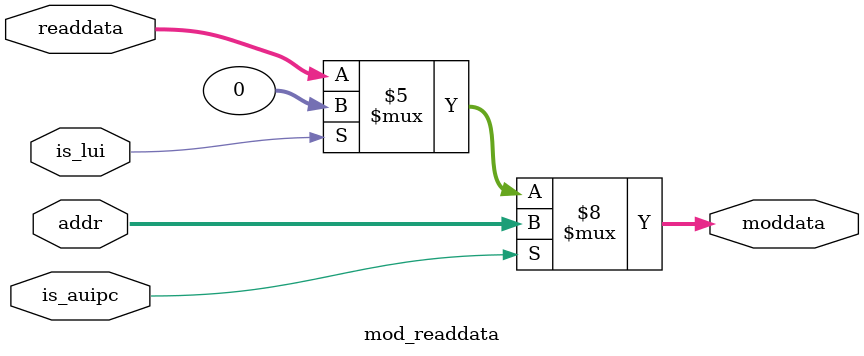
<source format=v>
module mod_readdata (readdata,addr,is_auipc,is_lui,moddata);
    input [31:0] readdata;
    input [31:0] addr;
    input is_auipc;
    input is_lui;
    output reg [31:0] moddata;

    always @ (*) begin
        if (is_auipc == 1'b1) 
            moddata<= addr; //auipc
        else if (is_lui == 1'b1)
            moddata <= 32'b0; //lui
        else
            moddata <= readdata;
    end
endmodule 

</source>
